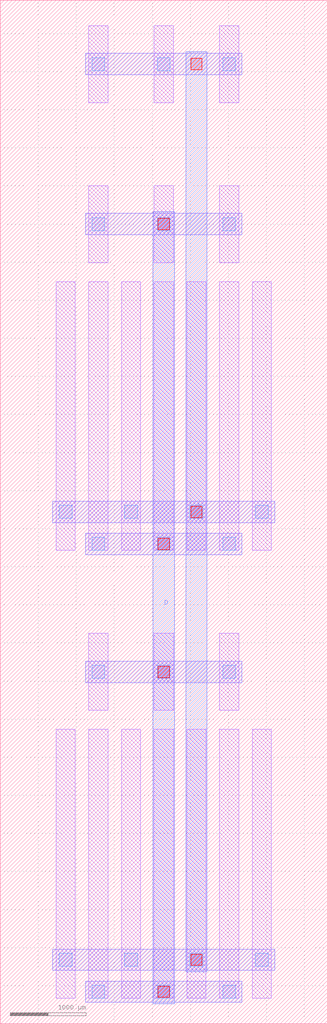
<source format=lef>
MACRO DCL_PMOS_S_85143712_X3_Y2
  UNITS 
    DATABASE MICRONS UNITS 1000;
  END UNITS 
  ORIGIN 0 0 ;
  FOREIGN DCL_PMOS_S_85143712_X3_Y2 0 0 ;
  SIZE 4300 BY 13440 ;
  PIN D
    DIRECTION INOUT ;
    USE SIGNAL ;
    PORT
      LAYER M3 ;
        RECT 2010 260 2290 10660 ;
    END
  END D
  PIN S
    DIRECTION INOUT ;
    USE SIGNAL ;
    PORT
      LAYER M3 ;
        RECT 2440 680 2720 12760 ;
    END
  END S
  OBS
    LAYER M1 ;
      RECT 1165 335 1415 3865 ;
    LAYER M1 ;
      RECT 1165 4115 1415 5125 ;
    LAYER M1 ;
      RECT 1165 6215 1415 9745 ;
    LAYER M1 ;
      RECT 1165 9995 1415 11005 ;
    LAYER M1 ;
      RECT 1165 12095 1415 13105 ;
    LAYER M1 ;
      RECT 735 335 985 3865 ;
    LAYER M1 ;
      RECT 735 6215 985 9745 ;
    LAYER M1 ;
      RECT 1595 335 1845 3865 ;
    LAYER M1 ;
      RECT 1595 6215 1845 9745 ;
    LAYER M1 ;
      RECT 2025 335 2275 3865 ;
    LAYER M1 ;
      RECT 2025 4115 2275 5125 ;
    LAYER M1 ;
      RECT 2025 6215 2275 9745 ;
    LAYER M1 ;
      RECT 2025 9995 2275 11005 ;
    LAYER M1 ;
      RECT 2025 12095 2275 13105 ;
    LAYER M1 ;
      RECT 2455 335 2705 3865 ;
    LAYER M1 ;
      RECT 2455 6215 2705 9745 ;
    LAYER M1 ;
      RECT 2885 335 3135 3865 ;
    LAYER M1 ;
      RECT 2885 4115 3135 5125 ;
    LAYER M1 ;
      RECT 2885 6215 3135 9745 ;
    LAYER M1 ;
      RECT 2885 9995 3135 11005 ;
    LAYER M1 ;
      RECT 2885 12095 3135 13105 ;
    LAYER M1 ;
      RECT 3315 335 3565 3865 ;
    LAYER M1 ;
      RECT 3315 6215 3565 9745 ;
    LAYER M2 ;
      RECT 1120 280 3180 560 ;
    LAYER M2 ;
      RECT 1120 4480 3180 4760 ;
    LAYER M2 ;
      RECT 690 700 3610 980 ;
    LAYER M2 ;
      RECT 1120 6160 3180 6440 ;
    LAYER M2 ;
      RECT 1120 10360 3180 10640 ;
    LAYER M2 ;
      RECT 1120 12460 3180 12740 ;
    LAYER M2 ;
      RECT 690 6580 3610 6860 ;
    LAYER V1 ;
      RECT 2925 335 3095 505 ;
    LAYER V1 ;
      RECT 2925 4535 3095 4705 ;
    LAYER V1 ;
      RECT 2925 6215 3095 6385 ;
    LAYER V1 ;
      RECT 2925 10415 3095 10585 ;
    LAYER V1 ;
      RECT 2925 12515 3095 12685 ;
    LAYER V1 ;
      RECT 1205 335 1375 505 ;
    LAYER V1 ;
      RECT 1205 4535 1375 4705 ;
    LAYER V1 ;
      RECT 1205 6215 1375 6385 ;
    LAYER V1 ;
      RECT 1205 10415 1375 10585 ;
    LAYER V1 ;
      RECT 1205 12515 1375 12685 ;
    LAYER V1 ;
      RECT 2065 335 2235 505 ;
    LAYER V1 ;
      RECT 2065 4535 2235 4705 ;
    LAYER V1 ;
      RECT 2065 6215 2235 6385 ;
    LAYER V1 ;
      RECT 2065 10415 2235 10585 ;
    LAYER V1 ;
      RECT 2065 12515 2235 12685 ;
    LAYER V1 ;
      RECT 3355 755 3525 925 ;
    LAYER V1 ;
      RECT 3355 6635 3525 6805 ;
    LAYER V1 ;
      RECT 775 755 945 925 ;
    LAYER V1 ;
      RECT 775 6635 945 6805 ;
    LAYER V1 ;
      RECT 1635 755 1805 925 ;
    LAYER V1 ;
      RECT 1635 6635 1805 6805 ;
    LAYER V1 ;
      RECT 2495 755 2665 925 ;
    LAYER V1 ;
      RECT 2495 6635 2665 6805 ;
    LAYER V2 ;
      RECT 2075 345 2225 495 ;
    LAYER V2 ;
      RECT 2075 4545 2225 4695 ;
    LAYER V2 ;
      RECT 2075 6225 2225 6375 ;
    LAYER V2 ;
      RECT 2075 10425 2225 10575 ;
    LAYER V2 ;
      RECT 2505 765 2655 915 ;
    LAYER V2 ;
      RECT 2505 6645 2655 6795 ;
    LAYER V2 ;
      RECT 2505 12525 2655 12675 ;
  END
END DCL_PMOS_S_85143712_X3_Y2

</source>
